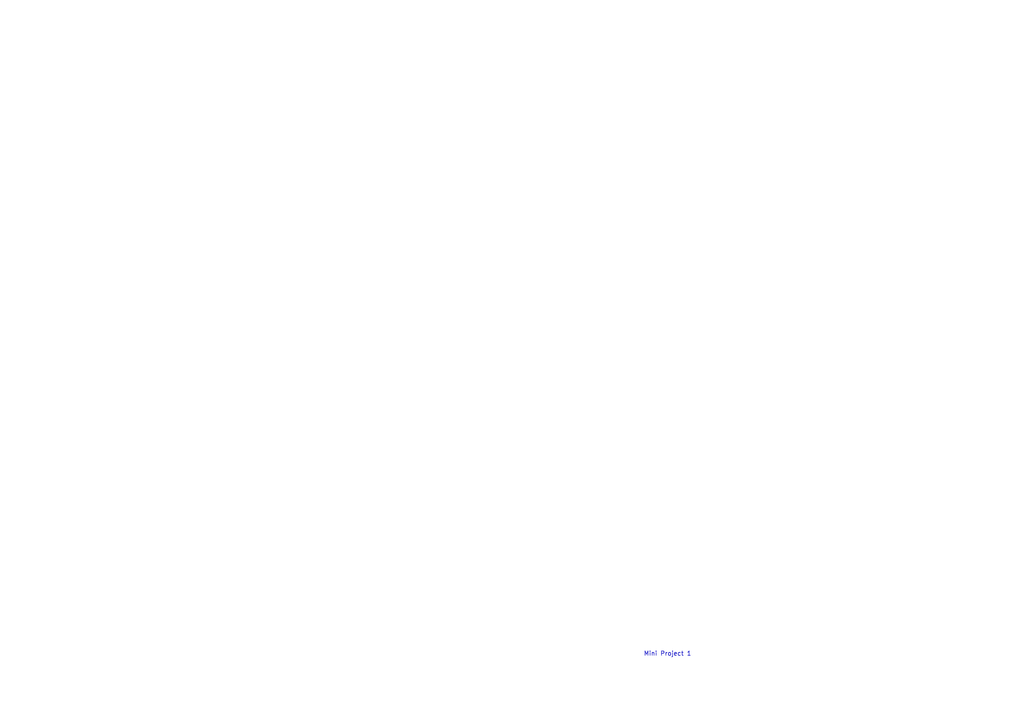
<source format=kicad_sch>
(kicad_sch (version 20230121) (generator eeschema)
  (paper "A4")
  (lib_symbols)
  (text "Mini Project 1" (at 186.69 190.5 0) (effects (font (size 1.27 1.27)) (justify left bottom)))
)
</source>
